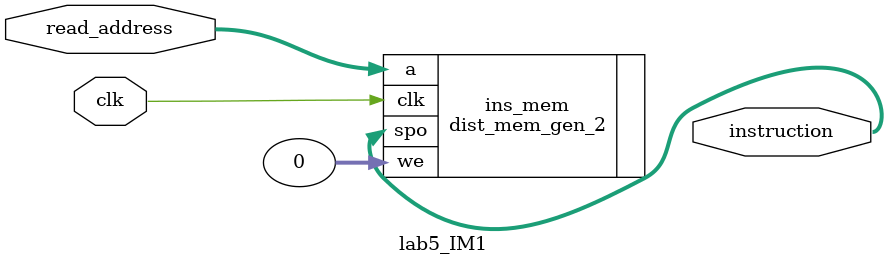
<source format=v>
module lab5_IM1(
input clk,
input [7:0] read_address,
output [31:0] instruction
);
dist_mem_gen_2 ins_mem
 (
    .a(read_address),
    .clk(clk),
    .we(0),
    .spo(instruction)
);

endmodule

</source>
